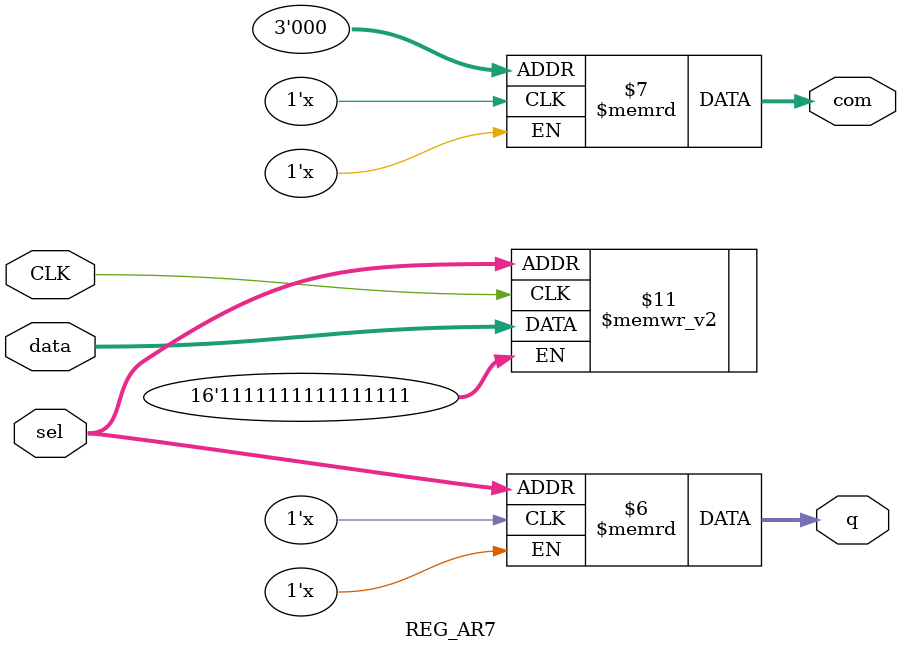
<source format=v>
module REG_AR7(
    input wire CLK,
    input wire [15:0] data,
    input wire [2:0] sel,
    output wire [15:0] q,
	 output wire [15:0] com
);
reg [15:0] ramdata[7:0];
always @(posedge CLK)
begin
ramdata[sel]<=data;
end
assign q=ramdata[sel];
assign com=ramdata[3'd0];
endmodule

</source>
